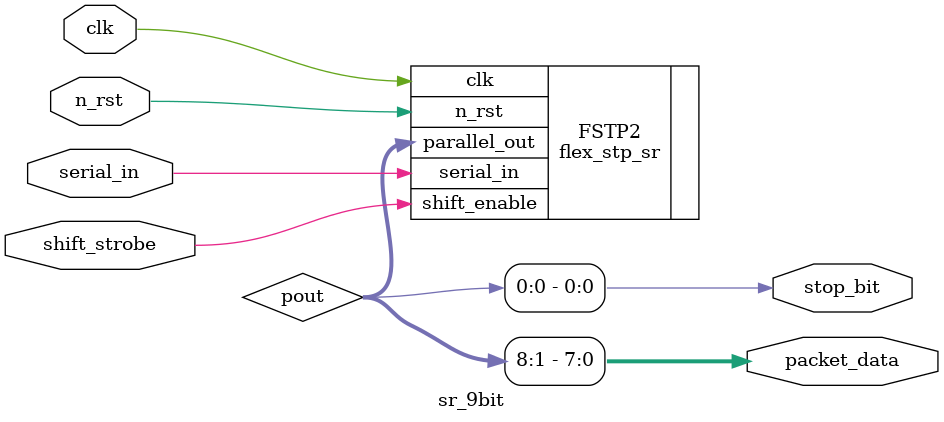
<source format=sv>
module sr_9bit
(
  input wire clk,
  input wire n_rst,
  input wire shift_strobe,
  input wire serial_in,
  output reg [7:0] packet_data,
  output reg stop_bit
);
  defparam FSTP2.NUM_BITS = 9;
  defparam FSTP2.SHIFT_MSB = 1;
  reg [8:0] pout;
  flex_stp_sr FSTP2 (.clk(clk), .n_rst(n_rst), .shift_enable(shift_strobe), .serial_in(serial_in), .parallel_out(pout));
  always_comb begin
    stop_bit = pout[0];
    packet_data = pout[8:1];
  end
endmodule
</source>
